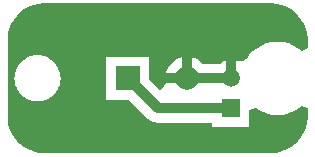
<source format=gbl>
G04*
G04 #@! TF.GenerationSoftware,Altium Limited,Altium Designer,18.1.9 (240)*
G04*
G04 Layer_Physical_Order=2*
G04 Layer_Color=16711680*
%FSLAX25Y25*%
%MOIN*%
G70*
G01*
G75*
%ADD10C,0.03200*%
%ADD11R,0.05906X0.05906*%
%ADD12C,0.05906*%
%ADD13R,0.07874X0.07874*%
%ADD14C,0.07874*%
G36*
X89969Y49811D02*
X91552Y49387D01*
X93066Y48760D01*
X94485Y47941D01*
X95784Y46943D01*
X96943Y45785D01*
X97941Y44484D01*
X98760Y43066D01*
X99387Y41552D01*
X99811Y39969D01*
X100025Y38344D01*
Y35056D01*
X98025Y34215D01*
X97193Y34925D01*
X95556Y35929D01*
X93782Y36664D01*
X91914Y37112D01*
X90000Y37263D01*
X88086Y37112D01*
X86218Y36664D01*
X84444Y35929D01*
X82807Y34925D01*
X81347Y33678D01*
X80099Y32218D01*
X79593Y31392D01*
X78532Y30607D01*
X76972Y30680D01*
X76866Y30737D01*
X76100Y30969D01*
Y25025D01*
X72900D01*
Y30969D01*
X72134Y30737D01*
X71065Y30166D01*
X70701Y29866D01*
X65102D01*
X64914Y30096D01*
X63827Y30988D01*
X62587Y31651D01*
X61443Y31998D01*
Y25025D01*
X59842D01*
Y23425D01*
X52782D01*
X51666Y21401D01*
X51477Y21294D01*
X50834Y21195D01*
X47295Y24735D01*
Y32162D01*
X33020D01*
Y17888D01*
X40448D01*
X46734Y11602D01*
X47737Y10832D01*
X48904Y10349D01*
X50157Y10184D01*
X68347D01*
Y8872D01*
X80653D01*
Y14334D01*
X82653Y15256D01*
X82807Y15124D01*
X84444Y14121D01*
X86218Y13386D01*
X88086Y12938D01*
X90000Y12787D01*
X91914Y12938D01*
X93782Y13386D01*
X95556Y14121D01*
X97193Y15124D01*
X98025Y15835D01*
X100025Y14994D01*
Y11706D01*
X99811Y10081D01*
X99387Y8498D01*
X98760Y6984D01*
X97941Y5565D01*
X96943Y4265D01*
X95784Y3107D01*
X94485Y2109D01*
X93066Y1290D01*
X91552Y663D01*
X89969Y239D01*
X88344Y25D01*
X11706D01*
X10081Y239D01*
X8498Y663D01*
X6984Y1290D01*
X5565Y2109D01*
X4265Y3107D01*
X3107Y4265D01*
X2109Y5565D01*
X1290Y6984D01*
X663Y8498D01*
X239Y10081D01*
X25Y11706D01*
Y12525D01*
Y37525D01*
Y38344D01*
X239Y39969D01*
X663Y41552D01*
X1290Y43066D01*
X2109Y44484D01*
X3107Y45785D01*
X4265Y46943D01*
X5565Y47941D01*
X6984Y48760D01*
X8498Y49387D01*
X10081Y49811D01*
X11706Y50025D01*
X88344D01*
X89969Y49811D01*
D02*
G37*
%LPC*%
G36*
X58242Y31998D02*
X57098Y31651D01*
X55858Y30988D01*
X54772Y30096D01*
X53880Y29009D01*
X53217Y27769D01*
X52870Y26625D01*
X58242D01*
Y31998D01*
D02*
G37*
G36*
X10463Y32703D02*
X9587D01*
X9273Y32661D01*
X8957Y32641D01*
X8097Y32470D01*
X7797Y32368D01*
X7492Y32286D01*
X6682Y31951D01*
X6408Y31792D01*
X6124Y31652D01*
X5395Y31165D01*
X5157Y30957D01*
X4906Y30764D01*
X4286Y30144D01*
X4094Y29893D01*
X3885Y29655D01*
X3398Y28926D01*
X3258Y28642D01*
X3100Y28368D01*
X2764Y27558D01*
X2682Y27252D01*
X2580Y26953D01*
X2409Y26093D01*
X2389Y25777D01*
X2347Y25463D01*
Y24587D01*
X2389Y24273D01*
X2409Y23957D01*
X2580Y23097D01*
X2682Y22798D01*
X2764Y22492D01*
X3100Y21682D01*
X3258Y21408D01*
X3398Y21124D01*
X3885Y20395D01*
X4093Y20157D01*
X4286Y19906D01*
X4906Y19286D01*
X5157Y19094D01*
X5395Y18885D01*
X6124Y18398D01*
X6408Y18258D01*
X6682Y18100D01*
X7492Y17764D01*
X7798Y17682D01*
X8097Y17580D01*
X8957Y17409D01*
X9273Y17389D01*
X9587Y17347D01*
X10463D01*
X10777Y17389D01*
X11093Y17409D01*
X11953Y17580D01*
X12252Y17682D01*
X12558Y17764D01*
X13368Y18100D01*
X13642Y18258D01*
X13926Y18398D01*
X14655Y18885D01*
X14893Y19094D01*
X15144Y19286D01*
X15764Y19906D01*
X15956Y20157D01*
X16165Y20395D01*
X16652Y21124D01*
X16792Y21408D01*
X16951Y21682D01*
X17286Y22492D01*
X17368Y22797D01*
X17470Y23097D01*
X17641Y23957D01*
X17661Y24273D01*
X17703Y24587D01*
Y25463D01*
X17661Y25777D01*
X17641Y26093D01*
X17470Y26953D01*
X17368Y27253D01*
X17286Y27558D01*
X16951Y28368D01*
X16792Y28642D01*
X16652Y28926D01*
X16165Y29655D01*
X15957Y29893D01*
X15764Y30144D01*
X15144Y30764D01*
X14893Y30956D01*
X14655Y31165D01*
X13926Y31652D01*
X13642Y31792D01*
X13368Y31951D01*
X12558Y32286D01*
X12252Y32368D01*
X11953Y32470D01*
X11093Y32641D01*
X10777Y32661D01*
X10463Y32703D01*
D02*
G37*
%LPD*%
D10*
X40157Y25025D02*
X50157Y15025D01*
X74500D01*
X59842Y25025D02*
X74500D01*
D11*
Y15025D02*
D03*
D12*
Y25025D02*
D03*
D13*
X40157D02*
D03*
D14*
X59842D02*
D03*
M02*

</source>
